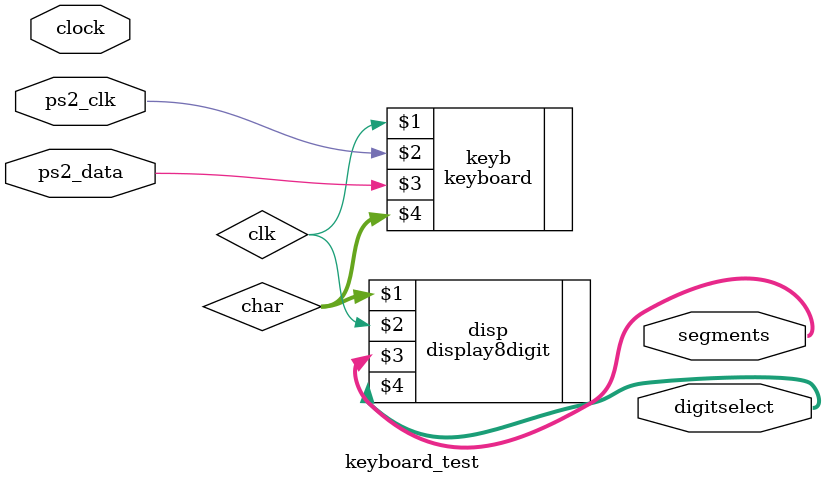
<source format=sv>
`timescale 1ns / 1ps


module keyboard_test(
	input clock,
	input ps2_data,
	input ps2_clk,
	output [7:0] segments,
   	output [7:0] digitselect
   );

	wire [31:0] char;
 
	keyboard keyb(clk, ps2_clk, ps2_data, char);
   
	display8digit disp(char, clk, segments, digitselect);

endmodule
</source>
